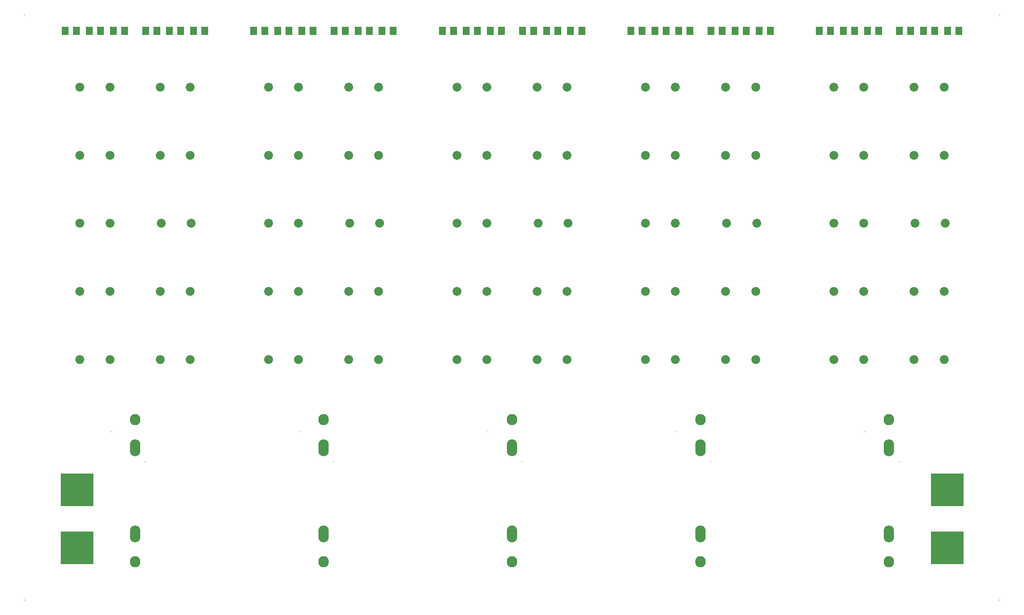
<source format=gts>
G04*
G04 #@! TF.GenerationSoftware,Altium Limited,Altium Designer,18.1.7 (191)*
G04*
G04 Layer_Color=8388736*
%FSLAX44Y44*%
%MOMM*%
G71*
G01*
G75*
%ADD14R,1.8032X2.0032*%
%ADD15R,8.2032X8.2032*%
%ADD16R,0.2032X0.2032*%
%ADD17C,2.2032*%
%ADD18O,2.6032X4.2032*%
%ADD19O,2.6032X2.8032*%
%ADD20C,0.2032*%
D14*
X2461000Y2380000D02*
D03*
X2489000D02*
D03*
X2401000D02*
D03*
X2429000D02*
D03*
X2341000D02*
D03*
X2369000D02*
D03*
X2541000D02*
D03*
X2569000D02*
D03*
X2601000D02*
D03*
X2629000D02*
D03*
X2661000D02*
D03*
X2689000D02*
D03*
X1991000D02*
D03*
X2019000D02*
D03*
X1931000D02*
D03*
X1959000D02*
D03*
X1871000D02*
D03*
X1899000D02*
D03*
X2071000D02*
D03*
X2099000D02*
D03*
X2131000D02*
D03*
X2159000D02*
D03*
X2191000D02*
D03*
X2219000D02*
D03*
X1521000D02*
D03*
X1549000D02*
D03*
X1461000D02*
D03*
X1489000D02*
D03*
X1401000D02*
D03*
X1429000D02*
D03*
X1601000D02*
D03*
X1629000D02*
D03*
X1661000D02*
D03*
X1689000D02*
D03*
X1721000D02*
D03*
X1749000D02*
D03*
X1051000D02*
D03*
X1079000D02*
D03*
X991000D02*
D03*
X1019000D02*
D03*
X931000D02*
D03*
X959000D02*
D03*
X1131000D02*
D03*
X1159000D02*
D03*
X1191000D02*
D03*
X1219000D02*
D03*
X1251000D02*
D03*
X1279000D02*
D03*
X781000D02*
D03*
X809000D02*
D03*
X721000D02*
D03*
X749000D02*
D03*
X661000D02*
D03*
X689000D02*
D03*
X461000D02*
D03*
X489000D02*
D03*
X521000D02*
D03*
X549000D02*
D03*
X581000D02*
D03*
X609000D02*
D03*
D15*
X490000Y1090000D02*
D03*
X490000Y1235000D02*
D03*
X2660000D02*
D03*
Y1090000D02*
D03*
D16*
X2790000Y2420000D02*
D03*
Y960000D02*
D03*
X360000D02*
D03*
Y2420000D02*
D03*
D17*
X2452500Y1560000D02*
D03*
X2377500D02*
D03*
X2652500Y2240000D02*
D03*
X2577500D02*
D03*
X2652500Y2070000D02*
D03*
X2577500D02*
D03*
X2655000Y1900000D02*
D03*
X2580000D02*
D03*
X2652500Y1730000D02*
D03*
X2577500D02*
D03*
X2652500Y1560000D02*
D03*
X2577500D02*
D03*
X2452500Y2240000D02*
D03*
X2377500D02*
D03*
X2452500Y1730000D02*
D03*
X2377500D02*
D03*
X2452500Y2070000D02*
D03*
X2377500D02*
D03*
X2452500Y1900000D02*
D03*
X2377500D02*
D03*
X1982500Y1560000D02*
D03*
X1907500D02*
D03*
X2182500Y2240000D02*
D03*
X2107500D02*
D03*
X2182500Y2070000D02*
D03*
X2107500D02*
D03*
X2185000Y1900000D02*
D03*
X2110000D02*
D03*
X2182500Y1730000D02*
D03*
X2107500D02*
D03*
X2182500Y1560000D02*
D03*
X2107500D02*
D03*
X1982500Y2240000D02*
D03*
X1907500D02*
D03*
X1982500Y1730000D02*
D03*
X1907500D02*
D03*
X1982500Y2070000D02*
D03*
X1907500D02*
D03*
X1982500Y1900000D02*
D03*
X1907500D02*
D03*
X1512500Y1560000D02*
D03*
X1437500D02*
D03*
X1712500Y2240000D02*
D03*
X1637500D02*
D03*
X1712500Y2070000D02*
D03*
X1637500D02*
D03*
X1715000Y1900000D02*
D03*
X1640000D02*
D03*
X1712500Y1730000D02*
D03*
X1637500D02*
D03*
X1712500Y1560000D02*
D03*
X1637500D02*
D03*
X1512500Y2240000D02*
D03*
X1437500D02*
D03*
X1512500Y1730000D02*
D03*
X1437500D02*
D03*
X1512500Y2070000D02*
D03*
X1437500D02*
D03*
X1512500Y1900000D02*
D03*
X1437500D02*
D03*
X1042500Y1560000D02*
D03*
X967500D02*
D03*
X1242500Y2240000D02*
D03*
X1167500D02*
D03*
X1242500Y2070000D02*
D03*
X1167500D02*
D03*
X1245000Y1900000D02*
D03*
X1170000D02*
D03*
X1242500Y1730000D02*
D03*
X1167500D02*
D03*
X1242500Y1560000D02*
D03*
X1167500D02*
D03*
X1042500Y2240000D02*
D03*
X967500D02*
D03*
X1042500Y1730000D02*
D03*
X967500D02*
D03*
X1042500Y2070000D02*
D03*
X967500D02*
D03*
X1042500Y1900000D02*
D03*
X967500D02*
D03*
X772500Y1560000D02*
D03*
X697500D02*
D03*
X772500Y1730000D02*
D03*
X697500D02*
D03*
X775000Y1900000D02*
D03*
X700000D02*
D03*
X772500Y2070000D02*
D03*
X697500D02*
D03*
X772500Y2240000D02*
D03*
X697500D02*
D03*
X572500Y1560000D02*
D03*
X497500D02*
D03*
X572500Y1730000D02*
D03*
X497500D02*
D03*
X572500Y1900000D02*
D03*
X497500D02*
D03*
X572500Y2070000D02*
D03*
X497500D02*
D03*
X572500Y2240000D02*
D03*
X497500D02*
D03*
D18*
X2515000Y1340000D02*
D03*
Y1125000D02*
D03*
X2045000Y1340000D02*
D03*
Y1125000D02*
D03*
X1575000Y1340000D02*
D03*
Y1125000D02*
D03*
X1105000Y1340000D02*
D03*
Y1125000D02*
D03*
X635000D02*
D03*
Y1340000D02*
D03*
D19*
X2515000Y1410000D02*
D03*
Y1055000D02*
D03*
X2045000Y1410000D02*
D03*
Y1055000D02*
D03*
X1575000Y1410000D02*
D03*
Y1055000D02*
D03*
X1105000Y1410000D02*
D03*
Y1055000D02*
D03*
X635000D02*
D03*
Y1410000D02*
D03*
D20*
X2540000Y1305000D02*
D03*
X2455000Y1380000D02*
D03*
X2070000Y1305000D02*
D03*
X1985000Y1380000D02*
D03*
X1600000Y1305000D02*
D03*
X1515000Y1380000D02*
D03*
X1130000Y1305000D02*
D03*
X1045000Y1380000D02*
D03*
X575000D02*
D03*
X660000Y1305000D02*
D03*
M02*

</source>
